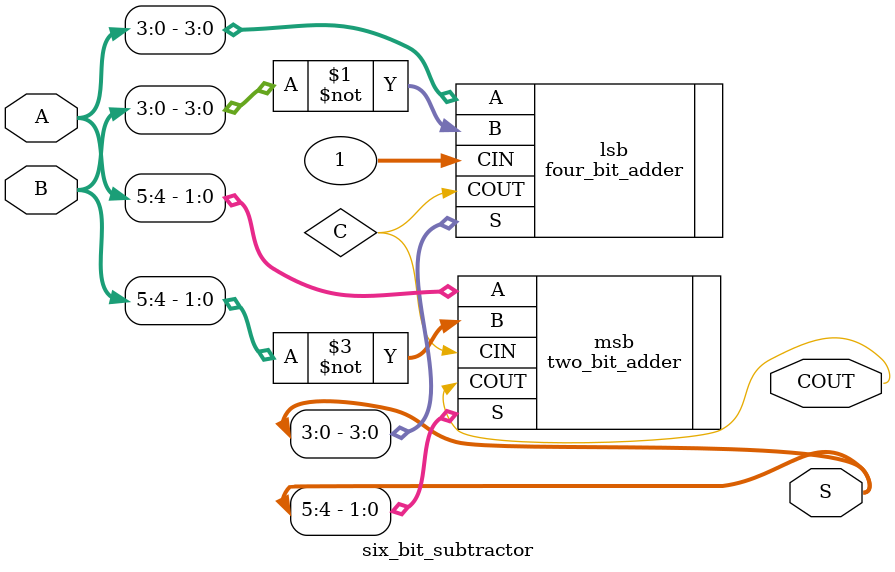
<source format=v>
`timescale 1ns / 1ps


module six_bit_subtractor(
    input [5:0] A,
    input [5:0] B,
    output [5:0] S,
    output COUT
    );
    
    wire C;
    four_bit_adder lsb(.A(A[3:0]), .B(~B[3:0]), .CIN(1), .S(S[3:0]), .COUT(C));
    two_bit_adder msb(.A(A[5:4]), .B(~B[5:4]), .CIN(C), .S(S[5:4]), .COUT(COUT));
    
endmodule

</source>
